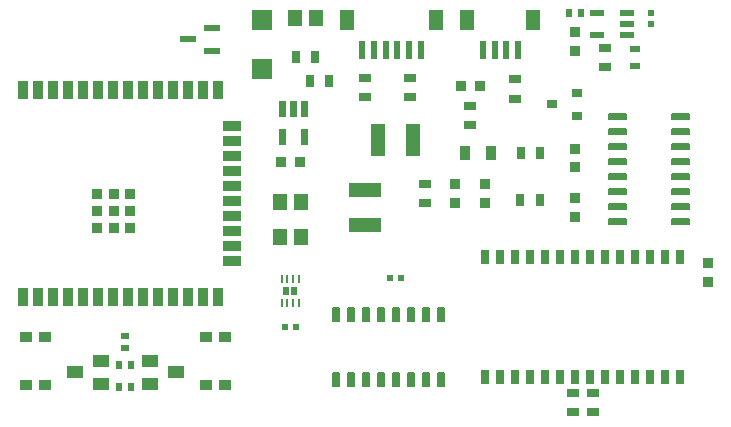
<source format=gbr>
G04 EAGLE Gerber RS-274X export*
G75*
%MOMM*%
%FSLAX34Y34*%
%LPD*%
%INSolderpaste Top*%
%IPPOS*%
%AMOC8*
5,1,8,0,0,1.08239X$1,22.5*%
G01*
G04 Define Apertures*
%ADD10R,1.000000X0.900000*%
%ADD11R,0.560000X0.629100*%
%ADD12R,1.164600X2.715300*%
%ADD13R,0.970200X0.920900*%
%ADD14R,2.715300X1.164600*%
%ADD15R,1.164600X1.465300*%
%ADD16R,0.920900X0.970200*%
%ADD17R,0.629100X0.560000*%
%ADD18R,1.700000X1.800000*%
%ADD19R,0.911800X0.611800*%
%ADD20R,0.600000X1.550000*%
%ADD21R,1.200000X1.800000*%
%ADD22R,0.875700X1.210300*%
%ADD23R,0.900000X0.800000*%
%ADD24R,0.973900X0.798700*%
%ADD25R,0.798700X0.973900*%
%ADD26R,0.644000X0.535100*%
%ADD27R,0.535100X0.644000*%
%ADD28R,0.250000X0.637500*%
%ADD29R,0.500000X0.640000*%
%ADD30R,0.635000X1.270000*%
%ADD31R,1.320800X0.558800*%
%ADD32C,0.155000*%
%ADD33C,0.090000*%
%ADD34R,1.200000X0.550000*%
%ADD35C,0.147500*%
%ADD36R,1.400000X1.000000*%
%ADD37R,0.900000X1.500000*%
%ADD38R,1.500000X0.900000*%
%ADD39R,0.900000X0.900000*%
D10*
X639700Y208060D03*
X655700Y208060D03*
X655700Y167060D03*
X639700Y167060D03*
D11*
X805076Y258045D03*
X795384Y258045D03*
D12*
X814854Y374550D03*
X785346Y374550D03*
D13*
X952500Y367116D03*
X952500Y351624D03*
X952500Y309754D03*
X952500Y325246D03*
D14*
X774700Y332254D03*
X774700Y302746D03*
D13*
X876300Y337121D03*
X876300Y321629D03*
X850900Y337121D03*
X850900Y321629D03*
X1064489Y270097D03*
X1064489Y254605D03*
D15*
X715146Y477714D03*
X732654Y477714D03*
X719954Y292100D03*
X702446Y292100D03*
D16*
X718946Y355600D03*
X703454Y355600D03*
D15*
X719954Y321904D03*
X702446Y321904D03*
D13*
X952500Y465646D03*
X952500Y450154D03*
D17*
X1016506Y482240D03*
X1016506Y472548D03*
D11*
X706354Y215900D03*
X716046Y215900D03*
D16*
X855854Y420652D03*
X871346Y420652D03*
D18*
X687188Y476040D03*
X687188Y435040D03*
D19*
X1003300Y452000D03*
X1003300Y437000D03*
D20*
X791740Y450790D03*
X781740Y450790D03*
X771740Y450790D03*
X801740Y450790D03*
X811740Y450790D03*
X821740Y450790D03*
D21*
X758740Y476040D03*
X834740Y476040D03*
D20*
X874000Y450790D03*
X884000Y450790D03*
X894000Y450790D03*
X904000Y450790D03*
D21*
X861000Y476040D03*
X917000Y476040D03*
D22*
X859277Y363387D03*
X880623Y363387D03*
D23*
X953570Y395340D03*
X953570Y414340D03*
X932570Y404840D03*
D24*
X901700Y409594D03*
X901700Y425898D03*
X825500Y321223D03*
X825500Y337527D03*
D25*
X922552Y363387D03*
X906248Y363387D03*
X922137Y323850D03*
X905833Y323850D03*
D26*
X571500Y198125D03*
X571500Y208275D03*
D24*
X950171Y160552D03*
X950171Y144248D03*
X967530Y144248D03*
X967530Y160552D03*
D25*
X744132Y424300D03*
X727828Y424300D03*
X715748Y444500D03*
X732052Y444500D03*
D27*
X947425Y481820D03*
X957575Y481820D03*
D24*
X977900Y436348D03*
X977900Y452652D03*
D27*
X576525Y184150D03*
X566375Y184150D03*
X576525Y165780D03*
X566375Y165780D03*
D24*
X863600Y387318D03*
X863600Y403622D03*
D10*
X503300Y167060D03*
X487300Y167060D03*
X487300Y208060D03*
X503300Y208060D03*
D28*
X703700Y236963D03*
X708700Y257338D03*
X703700Y257338D03*
X713700Y257338D03*
X718700Y257338D03*
X708700Y236963D03*
X713700Y236963D03*
X718700Y236963D03*
D29*
X714600Y247150D03*
X707800Y247150D03*
D30*
X1041400Y173990D03*
X1041400Y275590D03*
X1028700Y275590D03*
X1016000Y275590D03*
X1003300Y275590D03*
X990600Y275590D03*
X977900Y275590D03*
X965200Y275590D03*
X952500Y275590D03*
X939800Y275590D03*
X927100Y275590D03*
X914400Y275590D03*
X901700Y275590D03*
X889000Y275590D03*
X876300Y275590D03*
X876300Y173990D03*
X889000Y173990D03*
X901700Y173990D03*
X914400Y173990D03*
X927100Y173990D03*
X939800Y173990D03*
X952500Y173990D03*
X965200Y173990D03*
X977900Y173990D03*
X990600Y173990D03*
X1003300Y173990D03*
X1016000Y173990D03*
X1028700Y173990D03*
D31*
X645160Y450242D03*
X645160Y469546D03*
X624840Y459894D03*
D32*
X836435Y232665D02*
X836435Y221115D01*
X836435Y232665D02*
X841085Y232665D01*
X841085Y221115D01*
X836435Y221115D01*
X836435Y222587D02*
X841085Y222587D01*
X841085Y224059D02*
X836435Y224059D01*
X836435Y225531D02*
X841085Y225531D01*
X841085Y227003D02*
X836435Y227003D01*
X836435Y228475D02*
X841085Y228475D01*
X841085Y229947D02*
X836435Y229947D01*
X836435Y231419D02*
X841085Y231419D01*
X823735Y232665D02*
X823735Y221115D01*
X823735Y232665D02*
X828385Y232665D01*
X828385Y221115D01*
X823735Y221115D01*
X823735Y222587D02*
X828385Y222587D01*
X828385Y224059D02*
X823735Y224059D01*
X823735Y225531D02*
X828385Y225531D01*
X828385Y227003D02*
X823735Y227003D01*
X823735Y228475D02*
X828385Y228475D01*
X828385Y229947D02*
X823735Y229947D01*
X823735Y231419D02*
X828385Y231419D01*
X811035Y232665D02*
X811035Y221115D01*
X811035Y232665D02*
X815685Y232665D01*
X815685Y221115D01*
X811035Y221115D01*
X811035Y222587D02*
X815685Y222587D01*
X815685Y224059D02*
X811035Y224059D01*
X811035Y225531D02*
X815685Y225531D01*
X815685Y227003D02*
X811035Y227003D01*
X811035Y228475D02*
X815685Y228475D01*
X815685Y229947D02*
X811035Y229947D01*
X811035Y231419D02*
X815685Y231419D01*
X798335Y232665D02*
X798335Y221115D01*
X798335Y232665D02*
X802985Y232665D01*
X802985Y221115D01*
X798335Y221115D01*
X798335Y222587D02*
X802985Y222587D01*
X802985Y224059D02*
X798335Y224059D01*
X798335Y225531D02*
X802985Y225531D01*
X802985Y227003D02*
X798335Y227003D01*
X798335Y228475D02*
X802985Y228475D01*
X802985Y229947D02*
X798335Y229947D01*
X798335Y231419D02*
X802985Y231419D01*
X785635Y232665D02*
X785635Y221115D01*
X785635Y232665D02*
X790285Y232665D01*
X790285Y221115D01*
X785635Y221115D01*
X785635Y222587D02*
X790285Y222587D01*
X790285Y224059D02*
X785635Y224059D01*
X785635Y225531D02*
X790285Y225531D01*
X790285Y227003D02*
X785635Y227003D01*
X785635Y228475D02*
X790285Y228475D01*
X790285Y229947D02*
X785635Y229947D01*
X785635Y231419D02*
X790285Y231419D01*
X772935Y232665D02*
X772935Y221115D01*
X772935Y232665D02*
X777585Y232665D01*
X777585Y221115D01*
X772935Y221115D01*
X772935Y222587D02*
X777585Y222587D01*
X777585Y224059D02*
X772935Y224059D01*
X772935Y225531D02*
X777585Y225531D01*
X777585Y227003D02*
X772935Y227003D01*
X772935Y228475D02*
X777585Y228475D01*
X777585Y229947D02*
X772935Y229947D01*
X772935Y231419D02*
X777585Y231419D01*
X760235Y232665D02*
X760235Y221115D01*
X760235Y232665D02*
X764885Y232665D01*
X764885Y221115D01*
X760235Y221115D01*
X760235Y222587D02*
X764885Y222587D01*
X764885Y224059D02*
X760235Y224059D01*
X760235Y225531D02*
X764885Y225531D01*
X764885Y227003D02*
X760235Y227003D01*
X760235Y228475D02*
X764885Y228475D01*
X764885Y229947D02*
X760235Y229947D01*
X760235Y231419D02*
X764885Y231419D01*
X747535Y232665D02*
X747535Y221115D01*
X747535Y232665D02*
X752185Y232665D01*
X752185Y221115D01*
X747535Y221115D01*
X747535Y222587D02*
X752185Y222587D01*
X752185Y224059D02*
X747535Y224059D01*
X747535Y225531D02*
X752185Y225531D01*
X752185Y227003D02*
X747535Y227003D01*
X747535Y228475D02*
X752185Y228475D01*
X752185Y229947D02*
X747535Y229947D01*
X747535Y231419D02*
X752185Y231419D01*
X747535Y177665D02*
X747535Y166115D01*
X747535Y177665D02*
X752185Y177665D01*
X752185Y166115D01*
X747535Y166115D01*
X747535Y167587D02*
X752185Y167587D01*
X752185Y169059D02*
X747535Y169059D01*
X747535Y170531D02*
X752185Y170531D01*
X752185Y172003D02*
X747535Y172003D01*
X747535Y173475D02*
X752185Y173475D01*
X752185Y174947D02*
X747535Y174947D01*
X747535Y176419D02*
X752185Y176419D01*
X760235Y177665D02*
X760235Y166115D01*
X760235Y177665D02*
X764885Y177665D01*
X764885Y166115D01*
X760235Y166115D01*
X760235Y167587D02*
X764885Y167587D01*
X764885Y169059D02*
X760235Y169059D01*
X760235Y170531D02*
X764885Y170531D01*
X764885Y172003D02*
X760235Y172003D01*
X760235Y173475D02*
X764885Y173475D01*
X764885Y174947D02*
X760235Y174947D01*
X760235Y176419D02*
X764885Y176419D01*
X772935Y177665D02*
X772935Y166115D01*
X772935Y177665D02*
X777585Y177665D01*
X777585Y166115D01*
X772935Y166115D01*
X772935Y167587D02*
X777585Y167587D01*
X777585Y169059D02*
X772935Y169059D01*
X772935Y170531D02*
X777585Y170531D01*
X777585Y172003D02*
X772935Y172003D01*
X772935Y173475D02*
X777585Y173475D01*
X777585Y174947D02*
X772935Y174947D01*
X772935Y176419D02*
X777585Y176419D01*
X785635Y177665D02*
X785635Y166115D01*
X785635Y177665D02*
X790285Y177665D01*
X790285Y166115D01*
X785635Y166115D01*
X785635Y167587D02*
X790285Y167587D01*
X790285Y169059D02*
X785635Y169059D01*
X785635Y170531D02*
X790285Y170531D01*
X790285Y172003D02*
X785635Y172003D01*
X785635Y173475D02*
X790285Y173475D01*
X790285Y174947D02*
X785635Y174947D01*
X785635Y176419D02*
X790285Y176419D01*
X798335Y177665D02*
X798335Y166115D01*
X798335Y177665D02*
X802985Y177665D01*
X802985Y166115D01*
X798335Y166115D01*
X798335Y167587D02*
X802985Y167587D01*
X802985Y169059D02*
X798335Y169059D01*
X798335Y170531D02*
X802985Y170531D01*
X802985Y172003D02*
X798335Y172003D01*
X798335Y173475D02*
X802985Y173475D01*
X802985Y174947D02*
X798335Y174947D01*
X798335Y176419D02*
X802985Y176419D01*
X811035Y177665D02*
X811035Y166115D01*
X811035Y177665D02*
X815685Y177665D01*
X815685Y166115D01*
X811035Y166115D01*
X811035Y167587D02*
X815685Y167587D01*
X815685Y169059D02*
X811035Y169059D01*
X811035Y170531D02*
X815685Y170531D01*
X815685Y172003D02*
X811035Y172003D01*
X811035Y173475D02*
X815685Y173475D01*
X815685Y174947D02*
X811035Y174947D01*
X811035Y176419D02*
X815685Y176419D01*
X823735Y177665D02*
X823735Y166115D01*
X823735Y177665D02*
X828385Y177665D01*
X828385Y166115D01*
X823735Y166115D01*
X823735Y167587D02*
X828385Y167587D01*
X828385Y169059D02*
X823735Y169059D01*
X823735Y170531D02*
X828385Y170531D01*
X828385Y172003D02*
X823735Y172003D01*
X823735Y173475D02*
X828385Y173475D01*
X828385Y174947D02*
X823735Y174947D01*
X823735Y176419D02*
X828385Y176419D01*
X836435Y177665D02*
X836435Y166115D01*
X836435Y177665D02*
X841085Y177665D01*
X841085Y166115D01*
X836435Y166115D01*
X836435Y167587D02*
X841085Y167587D01*
X841085Y169059D02*
X836435Y169059D01*
X836435Y170531D02*
X841085Y170531D01*
X841085Y172003D02*
X836435Y172003D01*
X836435Y173475D02*
X841085Y173475D01*
X841085Y174947D02*
X836435Y174947D01*
X836435Y176419D02*
X841085Y176419D01*
D33*
X725451Y407450D02*
X720351Y407450D01*
X725451Y407450D02*
X725451Y394850D01*
X720351Y394850D01*
X720351Y407450D01*
X720351Y395705D02*
X725451Y395705D01*
X725451Y396560D02*
X720351Y396560D01*
X720351Y397415D02*
X725451Y397415D01*
X725451Y398270D02*
X720351Y398270D01*
X720351Y399125D02*
X725451Y399125D01*
X725451Y399980D02*
X720351Y399980D01*
X720351Y400835D02*
X725451Y400835D01*
X725451Y401690D02*
X720351Y401690D01*
X720351Y402545D02*
X725451Y402545D01*
X725451Y403400D02*
X720351Y403400D01*
X720351Y404255D02*
X725451Y404255D01*
X725451Y405110D02*
X720351Y405110D01*
X720351Y405965D02*
X725451Y405965D01*
X725451Y406820D02*
X720351Y406820D01*
X715951Y407450D02*
X710851Y407450D01*
X715951Y407450D02*
X715951Y394850D01*
X710851Y394850D01*
X710851Y407450D01*
X710851Y395705D02*
X715951Y395705D01*
X715951Y396560D02*
X710851Y396560D01*
X710851Y397415D02*
X715951Y397415D01*
X715951Y398270D02*
X710851Y398270D01*
X710851Y399125D02*
X715951Y399125D01*
X715951Y399980D02*
X710851Y399980D01*
X710851Y400835D02*
X715951Y400835D01*
X715951Y401690D02*
X710851Y401690D01*
X710851Y402545D02*
X715951Y402545D01*
X715951Y403400D02*
X710851Y403400D01*
X710851Y404255D02*
X715951Y404255D01*
X715951Y405110D02*
X710851Y405110D01*
X710851Y405965D02*
X715951Y405965D01*
X715951Y406820D02*
X710851Y406820D01*
X706451Y407450D02*
X701351Y407450D01*
X706451Y407450D02*
X706451Y394850D01*
X701351Y394850D01*
X701351Y407450D01*
X701351Y395705D02*
X706451Y395705D01*
X706451Y396560D02*
X701351Y396560D01*
X701351Y397415D02*
X706451Y397415D01*
X706451Y398270D02*
X701351Y398270D01*
X701351Y399125D02*
X706451Y399125D01*
X706451Y399980D02*
X701351Y399980D01*
X701351Y400835D02*
X706451Y400835D01*
X706451Y401690D02*
X701351Y401690D01*
X701351Y402545D02*
X706451Y402545D01*
X706451Y403400D02*
X701351Y403400D01*
X701351Y404255D02*
X706451Y404255D01*
X706451Y405110D02*
X701351Y405110D01*
X701351Y405965D02*
X706451Y405965D01*
X706451Y406820D02*
X701351Y406820D01*
X701351Y383750D02*
X706451Y383750D01*
X706451Y371150D01*
X701351Y371150D01*
X701351Y383750D01*
X701351Y372005D02*
X706451Y372005D01*
X706451Y372860D02*
X701351Y372860D01*
X701351Y373715D02*
X706451Y373715D01*
X706451Y374570D02*
X701351Y374570D01*
X701351Y375425D02*
X706451Y375425D01*
X706451Y376280D02*
X701351Y376280D01*
X701351Y377135D02*
X706451Y377135D01*
X706451Y377990D02*
X701351Y377990D01*
X701351Y378845D02*
X706451Y378845D01*
X706451Y379700D02*
X701351Y379700D01*
X701351Y380555D02*
X706451Y380555D01*
X706451Y381410D02*
X701351Y381410D01*
X701351Y382265D02*
X706451Y382265D01*
X706451Y383120D02*
X701351Y383120D01*
X720351Y383750D02*
X725451Y383750D01*
X725451Y371150D01*
X720351Y371150D01*
X720351Y383750D01*
X720351Y372005D02*
X725451Y372005D01*
X725451Y372860D02*
X720351Y372860D01*
X720351Y373715D02*
X725451Y373715D01*
X725451Y374570D02*
X720351Y374570D01*
X720351Y375425D02*
X725451Y375425D01*
X725451Y376280D02*
X720351Y376280D01*
X720351Y377135D02*
X725451Y377135D01*
X725451Y377990D02*
X720351Y377990D01*
X720351Y378845D02*
X725451Y378845D01*
X725451Y379700D02*
X720351Y379700D01*
X720351Y380555D02*
X725451Y380555D01*
X725451Y381410D02*
X720351Y381410D01*
X720351Y382265D02*
X725451Y382265D01*
X725451Y383120D02*
X720351Y383120D01*
D34*
X996501Y463290D03*
X996501Y472790D03*
X996501Y482290D03*
X970499Y482290D03*
X970499Y463290D03*
D35*
X981031Y392047D02*
X995357Y392047D01*
X981031Y392047D02*
X981031Y396473D01*
X995357Y396473D01*
X995357Y392047D01*
X995357Y393448D02*
X981031Y393448D01*
X981031Y394849D02*
X995357Y394849D01*
X995357Y396250D02*
X981031Y396250D01*
X981031Y379347D02*
X995357Y379347D01*
X981031Y379347D02*
X981031Y383773D01*
X995357Y383773D01*
X995357Y379347D01*
X995357Y380748D02*
X981031Y380748D01*
X981031Y382149D02*
X995357Y382149D01*
X995357Y383550D02*
X981031Y383550D01*
X981031Y366647D02*
X995357Y366647D01*
X981031Y366647D02*
X981031Y371073D01*
X995357Y371073D01*
X995357Y366647D01*
X995357Y368048D02*
X981031Y368048D01*
X981031Y369449D02*
X995357Y369449D01*
X995357Y370850D02*
X981031Y370850D01*
X981031Y353947D02*
X995357Y353947D01*
X981031Y353947D02*
X981031Y358373D01*
X995357Y358373D01*
X995357Y353947D01*
X995357Y355348D02*
X981031Y355348D01*
X981031Y356749D02*
X995357Y356749D01*
X995357Y358150D02*
X981031Y358150D01*
X981031Y341247D02*
X995357Y341247D01*
X981031Y341247D02*
X981031Y345673D01*
X995357Y345673D01*
X995357Y341247D01*
X995357Y342648D02*
X981031Y342648D01*
X981031Y344049D02*
X995357Y344049D01*
X995357Y345450D02*
X981031Y345450D01*
X981031Y328547D02*
X995357Y328547D01*
X981031Y328547D02*
X981031Y332973D01*
X995357Y332973D01*
X995357Y328547D01*
X995357Y329948D02*
X981031Y329948D01*
X981031Y331349D02*
X995357Y331349D01*
X995357Y332750D02*
X981031Y332750D01*
X981031Y315847D02*
X995357Y315847D01*
X981031Y315847D02*
X981031Y320273D01*
X995357Y320273D01*
X995357Y315847D01*
X995357Y317248D02*
X981031Y317248D01*
X981031Y318649D02*
X995357Y318649D01*
X995357Y320050D02*
X981031Y320050D01*
X981031Y303147D02*
X995357Y303147D01*
X981031Y303147D02*
X981031Y307573D01*
X995357Y307573D01*
X995357Y303147D01*
X995357Y304548D02*
X981031Y304548D01*
X981031Y305949D02*
X995357Y305949D01*
X995357Y307350D02*
X981031Y307350D01*
X1034431Y303147D02*
X1048757Y303147D01*
X1034431Y303147D02*
X1034431Y307573D01*
X1048757Y307573D01*
X1048757Y303147D01*
X1048757Y304548D02*
X1034431Y304548D01*
X1034431Y305949D02*
X1048757Y305949D01*
X1048757Y307350D02*
X1034431Y307350D01*
X1034431Y315847D02*
X1048757Y315847D01*
X1034431Y315847D02*
X1034431Y320273D01*
X1048757Y320273D01*
X1048757Y315847D01*
X1048757Y317248D02*
X1034431Y317248D01*
X1034431Y318649D02*
X1048757Y318649D01*
X1048757Y320050D02*
X1034431Y320050D01*
X1034431Y328547D02*
X1048757Y328547D01*
X1034431Y328547D02*
X1034431Y332973D01*
X1048757Y332973D01*
X1048757Y328547D01*
X1048757Y329948D02*
X1034431Y329948D01*
X1034431Y331349D02*
X1048757Y331349D01*
X1048757Y332750D02*
X1034431Y332750D01*
X1034431Y341247D02*
X1048757Y341247D01*
X1034431Y341247D02*
X1034431Y345673D01*
X1048757Y345673D01*
X1048757Y341247D01*
X1048757Y342648D02*
X1034431Y342648D01*
X1034431Y344049D02*
X1048757Y344049D01*
X1048757Y345450D02*
X1034431Y345450D01*
X1034431Y353947D02*
X1048757Y353947D01*
X1034431Y353947D02*
X1034431Y358373D01*
X1048757Y358373D01*
X1048757Y353947D01*
X1048757Y355348D02*
X1034431Y355348D01*
X1034431Y356749D02*
X1048757Y356749D01*
X1048757Y358150D02*
X1034431Y358150D01*
X1034431Y366647D02*
X1048757Y366647D01*
X1034431Y366647D02*
X1034431Y371073D01*
X1048757Y371073D01*
X1048757Y366647D01*
X1048757Y368048D02*
X1034431Y368048D01*
X1034431Y369449D02*
X1048757Y369449D01*
X1048757Y370850D02*
X1034431Y370850D01*
X1034431Y379347D02*
X1048757Y379347D01*
X1034431Y379347D02*
X1034431Y383773D01*
X1048757Y383773D01*
X1048757Y379347D01*
X1048757Y380748D02*
X1034431Y380748D01*
X1034431Y382149D02*
X1048757Y382149D01*
X1048757Y383550D02*
X1034431Y383550D01*
X1034431Y392047D02*
X1048757Y392047D01*
X1034431Y392047D02*
X1034431Y396473D01*
X1048757Y396473D01*
X1048757Y392047D01*
X1048757Y393448D02*
X1034431Y393448D01*
X1034431Y394849D02*
X1048757Y394849D01*
X1048757Y396250D02*
X1034431Y396250D01*
D36*
X528750Y177800D03*
X550750Y187300D03*
X550750Y168300D03*
X614250Y177800D03*
X592250Y168300D03*
X592250Y187300D03*
D37*
X484560Y242016D03*
X497260Y242016D03*
X509960Y242016D03*
X522660Y242016D03*
X535360Y242016D03*
X548060Y242016D03*
X560760Y242016D03*
X573460Y242016D03*
X586160Y242016D03*
X598860Y242016D03*
X611560Y242016D03*
X624260Y242016D03*
X636960Y242016D03*
X649660Y242016D03*
D38*
X662160Y272366D03*
X662160Y285066D03*
X662160Y297766D03*
X662160Y310466D03*
X662160Y323166D03*
X662160Y335866D03*
X662160Y348566D03*
X662160Y361266D03*
X662160Y373966D03*
X662160Y386666D03*
D37*
X649660Y417016D03*
X636960Y417016D03*
X624260Y417016D03*
X611560Y417016D03*
X598860Y417016D03*
X586160Y417016D03*
X573460Y417016D03*
X560760Y417016D03*
X548060Y417016D03*
X535360Y417016D03*
X522660Y417016D03*
X509960Y417016D03*
X497260Y417016D03*
X484560Y417016D03*
D39*
X547760Y300516D03*
X547760Y314516D03*
X547760Y328516D03*
X561760Y300516D03*
X561760Y314516D03*
X561760Y328516D03*
X575760Y300516D03*
X575760Y314516D03*
X575760Y328516D03*
D24*
X812800Y410948D03*
X812800Y427252D03*
X774700Y410948D03*
X774700Y427252D03*
M02*

</source>
